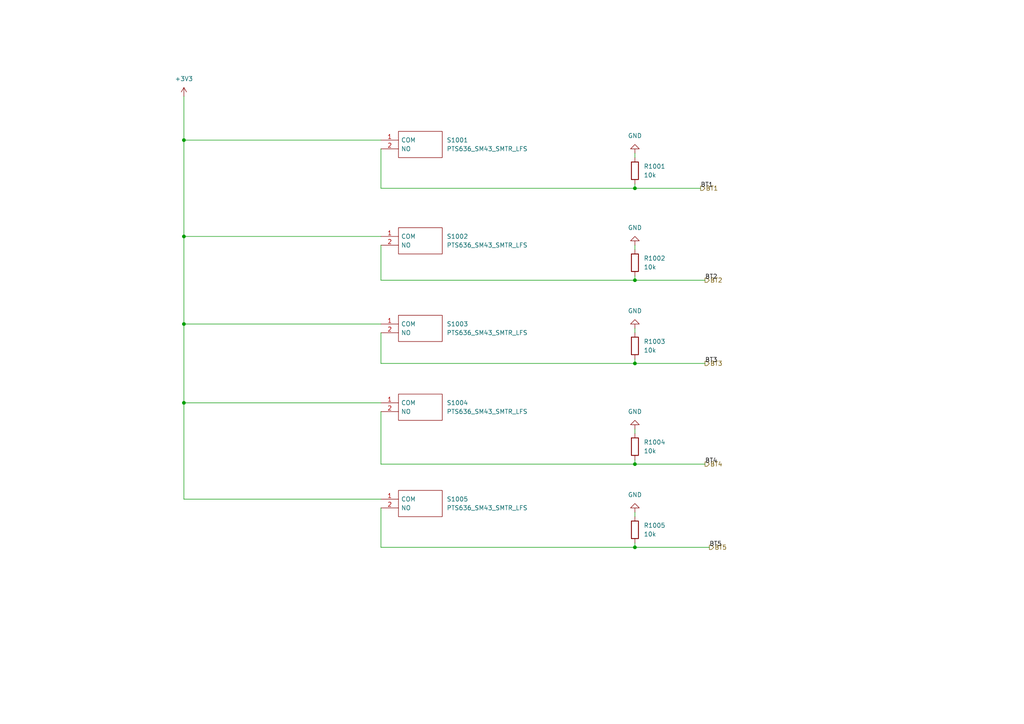
<source format=kicad_sch>
(kicad_sch (version 20211123) (generator eeschema)
  (paper "A4")
  (lib_symbols
    (symbol "Device:R" (pin_numbers hide) (pin_names (offset 0))
      (property "Reference" "R" (at 2.032 0 90))
      (property "Value" "R" (at 0 0 90))
      (symbol "R_0_1"
        (rectangle (start -1.016 -2.54) (end 1.016 2.54) (stroke (width 0.254)))
      )
      (symbol "R_1_1"
        (pin passive line (at 0 3.81 270) (length 1.27) (name "~") (number "1"))
        (pin passive line (at 0 -3.81 90) (length 1.27) (name "~") (number "2"))
      )
    )
    (symbol "PTS636_SM43_SMTR_LFS:PTS636_SM43_SMTR_LFS" (pin_names (offset 0.762))
      (property "Reference" "S" (at 19.05 7.62 0))
      (property "Value" "PTS636_SM43_SMTR_LFS" (at 19.05 5.08 0))
      (symbol "PTS636_SM43_SMTR_LFS_0_0"
        (pin passive line (at 0 0 0) (length 5.08) (name "COM") (number "1"))
        (pin passive line (at 0 -2.54 0) (length 5.08) (name "NO") (number "2"))
      )
      (symbol "PTS636_SM43_SMTR_LFS_0_1"
        (polyline (pts (xy 5.08 2.54) (xy 17.78 2.54) (xy 17.78 -5.08) (xy 5.08 -5.08) (xy 5.08 2.54)) (stroke (width 0.1524)))
      )
    )
    (symbol "power:+3V3" (power) (pin_names (offset 0))
      (property "Value" "+3V3" (at 0 3.556 0))
      (symbol "+3V3_0_1"
        (polyline (pts (xy -0.762 1.27) (xy 0 2.54)))
        (polyline (pts (xy 0 0) (xy 0 2.54)))
        (polyline (pts (xy 0 2.54) (xy 0.762 1.27)))
      )
      (symbol "+3V3_1_1"
        (pin power_in line (at 0 0 90) (length 0) hide (name "+3V3") (number "1"))
      )
    )
    (symbol "power:GND" (power) (pin_names (offset 0))
      (property "Value" "GND" (at 0 -3.81 0))
      (symbol "GND_0_1"
        (polyline (pts (xy 0 0) (xy 0 -1.27) (xy 1.27 -1.27) (xy 0 -2.54) (xy -1.27 -1.27) (xy 0 -1.27)))
      )
      (symbol "GND_1_1"
        (pin power_in line (at 0 0 270) (length 0) hide (name "GND") (number "1"))
      )
    )
  )
  (junction (at 184.15 134.62))
  (junction (at 184.15 54.61))
  (junction (at 53.34 40.64))
  (junction (at 184.15 158.75))
  (junction (at 184.15 81.28))
  (junction (at 184.15 105.41))
  (junction (at 53.34 116.84))
  (junction (at 53.34 93.98))
  (junction (at 53.34 68.58))
  (wire (pts (xy 110.49 81.28) (xy 184.15 81.28)))
  (wire (pts (xy 53.34 116.84) (xy 53.34 93.98)))
  (wire (pts (xy 184.15 134.62) (xy 204.47 134.62)))
  (wire (pts (xy 184.15 54.61) (xy 203.2 54.61)))
  (wire (pts (xy 53.34 68.58) (xy 53.34 93.98)))
  (wire (pts (xy 110.49 68.58) (xy 53.34 68.58)))
  (wire (pts (xy 184.15 105.41) (xy 204.47 105.41)))
  (wire (pts (xy 110.49 93.98) (xy 53.34 93.98)))
  (wire (pts (xy 184.15 133.35) (xy 184.15 134.62)))
  (wire (pts (xy 110.49 158.75) (xy 184.15 158.75)))
  (wire (pts (xy 110.49 147.32) (xy 110.49 158.75)))
  (wire (pts (xy 184.15 81.28) (xy 204.47 81.28)))
  (wire (pts (xy 53.34 40.64) (xy 53.34 68.58)))
  (wire (pts (xy 184.15 124.46) (xy 184.15 125.73)))
  (wire (pts (xy 184.15 157.48) (xy 184.15 158.75)))
  (wire (pts (xy 184.15 53.34) (xy 184.15 54.61)))
  (wire (pts (xy 184.15 80.01) (xy 184.15 81.28)))
  (wire (pts (xy 53.34 144.78) (xy 53.34 116.84)))
  (wire (pts (xy 184.15 148.59) (xy 184.15 149.86)))
  (wire (pts (xy 110.49 105.41) (xy 184.15 105.41)))
  (wire (pts (xy 184.15 71.12) (xy 184.15 72.39)))
  (wire (pts (xy 184.15 158.75) (xy 205.74 158.75)))
  (wire (pts (xy 110.49 43.18) (xy 110.49 54.61)))
  (wire (pts (xy 110.49 54.61) (xy 184.15 54.61)))
  (wire (pts (xy 110.49 144.78) (xy 53.34 144.78)))
  (wire (pts (xy 184.15 95.25) (xy 184.15 96.52)))
  (wire (pts (xy 53.34 40.64) (xy 110.49 40.64)))
  (wire (pts (xy 110.49 116.84) (xy 53.34 116.84)))
  (wire (pts (xy 53.34 27.94) (xy 53.34 40.64)))
  (wire (pts (xy 110.49 71.12) (xy 110.49 81.28)))
  (wire (pts (xy 110.49 119.38) (xy 110.49 134.62)))
  (wire (pts (xy 110.49 96.52) (xy 110.49 105.41)))
  (wire (pts (xy 184.15 44.45) (xy 184.15 45.72)))
  (wire (pts (xy 110.49 134.62) (xy 184.15 134.62)))
  (wire (pts (xy 184.15 104.14) (xy 184.15 105.41)))
  (label "BT1" (at 203.2 54.61 0))
  (label "BT2" (at 204.47 81.28 0))
  (label "BT4" (at 204.47 134.62 0))
  (label "BT3" (at 204.47 105.41 0))
  (label "BT5" (at 205.74 158.75 0))
  (hierarchical_label "BT2" (shape output) (at 204.47 81.28 0))
  (hierarchical_label "BT1" (shape output) (at 203.2 54.61 0))
  (hierarchical_label "BT3" (shape output) (at 204.47 105.41 0))
  (hierarchical_label "BT5" (shape output) (at 205.74 158.75 0))
  (hierarchical_label "BT4" (shape output) (at 204.47 134.62 0))
  (symbol (lib_id "PTS636_SM43_SMTR_LFS:PTS636_SM43_SMTR_LFS") (at 110.49 144.78 0) (unit 1)
    (property "Reference" "S1005" (at 129.54 144.7799 0) (effects (justify left)))
    (property "Value" "PTS636_SM43_SMTR_LFS" (at 129.54 147.3199 0) (effects (justify left)))
    (property "Footprint" "PTS636SM43SMTRLFS" (effects hide))
    (property "Datasheet" "https://componentsearchengine.com/Datasheets/1/PTS636 SM43 SMTR LFS.pdf" (effects hide))
    (property "Description" "Tactile Switches Tact 50mA 12VDC, 6.0x3.5, 4.3mm H, 180gf, G leads, No ground pin, Black Actuator" (effects hide))
    (property "Height" "4.5" (effects hide))
    (property "Mouser Part Number" "611-PTS636SM43SMTRLF" (effects hide))
    (property "Mouser Price/Stock" "https://www.mouser.co.uk/ProductDetail/CK/PTS636-SM43-SMTR-LFS?qs=vLWxofP3U2xu5raMGkTmHg%3D%3D" (effects hide))
    (property "Manufacturer_Name" "C & K COMPONENTS" (effects hide))
    (property "Manufacturer_Part_Number" "PTS636 SM43 SMTR LFS" (effects hide))
  )
  (symbol (lib_id "Device:R") (at 184.15 129.54 0) (unit 1)
    (property "Reference" "R1004" (at 186.69 128.2699 0) (effects (justify left)))
    (property "Value" "10k" (at 186.69 130.8099 0) (effects (justify left)))
    (property "Footprint" "Resistor_SMD:R_0603_1608Metric" (effects hide))
    (property "Manufacturer_Name" "UNI-ROYAL(Uniroyal Elec)" (effects hide))
    (property "Manufacturer_Part_Number" "0603WAF1002T5E" (effects hide))
  )
  (symbol (lib_id "power:+3V3") (at 53.34 27.94 0) (unit 1)
    (property "Reference" "#PWR01001" (effects hide))
    (property "Value" "+3V3" (at 53.34 22.86 0))
  )
  (symbol (lib_id "Device:R") (at 184.15 76.2 0) (unit 1)
    (property "Reference" "R1002" (at 186.69 74.9299 0) (effects (justify left)))
    (property "Value" "10k" (at 186.69 77.4699 0) (effects (justify left)))
    (property "Footprint" "Resistor_SMD:R_0603_1608Metric" (effects hide))
    (property "Manufacturer_Name" "UNI-ROYAL(Uniroyal Elec)" (effects hide))
    (property "Manufacturer_Part_Number" "0603WAF1002T5E" (effects hide))
  )
  (symbol (lib_id "power:GND") (at 184.15 148.59 180) (unit 1)
    (property "Reference" "#PWR01006" (effects hide))
    (property "Value" "GND" (at 184.15 143.51 0))
  )
  (symbol (lib_id "Device:R") (at 184.15 49.53 0) (unit 1)
    (property "Reference" "R1001" (at 186.69 48.2599 0) (effects (justify left)))
    (property "Value" "10k" (at 186.69 50.7999 0) (effects (justify left)))
    (property "Footprint" "Resistor_SMD:R_0603_1608Metric" (effects hide))
    (property "Manufacturer_Name" "UNI-ROYAL(Uniroyal Elec)" (effects hide))
    (property "Manufacturer_Part_Number" "0603WAF1002T5E" (effects hide))
  )
  (symbol (lib_id "power:GND") (at 184.15 44.45 180) (unit 1)
    (property "Reference" "#PWR01002" (effects hide))
    (property "Value" "GND" (at 184.15 39.37 0))
  )
  (symbol (lib_id "PTS636_SM43_SMTR_LFS:PTS636_SM43_SMTR_LFS") (at 110.49 40.64 0) (unit 1)
    (property "Reference" "S1001" (at 129.54 40.6399 0) (effects (justify left)))
    (property "Value" "PTS636_SM43_SMTR_LFS" (at 129.54 43.1799 0) (effects (justify left)))
    (property "Footprint" "Custom:PTS636SM43SMTRLFS" (effects hide))
    (property "Datasheet" "https://componentsearchengine.com/Datasheets/1/PTS636 SM43 SMTR LFS.pdf" (effects hide))
    (property "Description" "Tactile Switches Tact 50mA 12VDC, 6.0x3.5, 4.3mm H, 180gf, G leads, No ground pin, Black Actuator" (effects hide))
    (property "Height" "4.5" (effects hide))
    (property "Mouser Part Number" "611-PTS636SM43SMTRLF" (effects hide))
    (property "Mouser Price/Stock" "https://www.mouser.co.uk/ProductDetail/CK/PTS636-SM43-SMTR-LFS?qs=vLWxofP3U2xu5raMGkTmHg%3D%3D" (effects hide))
    (property "Manufacturer_Name" "C & K COMPONENTS" (effects hide))
    (property "Manufacturer_Part_Number" "PTS636 SM43 SMTR LFS" (effects hide))
  )
  (symbol (lib_id "PTS636_SM43_SMTR_LFS:PTS636_SM43_SMTR_LFS") (at 110.49 116.84 0) (unit 1)
    (property "Reference" "S1004" (at 129.54 116.8399 0) (effects (justify left)))
    (property "Value" "PTS636_SM43_SMTR_LFS" (at 129.54 119.3799 0) (effects (justify left)))
    (property "Footprint" "PTS636SM43SMTRLFS" (effects hide))
    (property "Datasheet" "https://componentsearchengine.com/Datasheets/1/PTS636 SM43 SMTR LFS.pdf" (effects hide))
    (property "Description" "Tactile Switches Tact 50mA 12VDC, 6.0x3.5, 4.3mm H, 180gf, G leads, No ground pin, Black Actuator" (effects hide))
    (property "Height" "4.5" (effects hide))
    (property "Mouser Part Number" "611-PTS636SM43SMTRLF" (effects hide))
    (property "Mouser Price/Stock" "https://www.mouser.co.uk/ProductDetail/CK/PTS636-SM43-SMTR-LFS?qs=vLWxofP3U2xu5raMGkTmHg%3D%3D" (effects hide))
    (property "Manufacturer_Name" "C & K COMPONENTS" (effects hide))
    (property "Manufacturer_Part_Number" "PTS636 SM43 SMTR LFS" (effects hide))
  )
  (symbol (lib_id "power:GND") (at 184.15 71.12 180) (unit 1)
    (property "Reference" "#PWR01003" (effects hide))
    (property "Value" "GND" (at 184.15 66.04 0))
  )
  (symbol (lib_id "power:GND") (at 184.15 124.46 180) (unit 1)
    (property "Reference" "#PWR01005" (effects hide))
    (property "Value" "GND" (at 184.15 119.38 0))
  )
  (symbol (lib_id "PTS636_SM43_SMTR_LFS:PTS636_SM43_SMTR_LFS") (at 110.49 68.58 0) (unit 1)
    (property "Reference" "S1002" (at 129.54 68.5799 0) (effects (justify left)))
    (property "Value" "PTS636_SM43_SMTR_LFS" (at 129.54 71.1199 0) (effects (justify left)))
    (property "Footprint" "PTS636SM43SMTRLFS" (effects hide))
    (property "Datasheet" "https://componentsearchengine.com/Datasheets/1/PTS636 SM43 SMTR LFS.pdf" (effects hide))
    (property "Description" "Tactile Switches Tact 50mA 12VDC, 6.0x3.5, 4.3mm H, 180gf, G leads, No ground pin, Black Actuator" (effects hide))
    (property "Height" "4.5" (effects hide))
    (property "Mouser Part Number" "611-PTS636SM43SMTRLF" (effects hide))
    (property "Mouser Price/Stock" "https://www.mouser.co.uk/ProductDetail/CK/PTS636-SM43-SMTR-LFS?qs=vLWxofP3U2xu5raMGkTmHg%3D%3D" (effects hide))
    (property "Manufacturer_Name" "C & K COMPONENTS" (effects hide))
    (property "Manufacturer_Part_Number" "PTS636 SM43 SMTR LFS" (effects hide))
  )
  (symbol (lib_id "Device:R") (at 184.15 100.33 0) (unit 1)
    (property "Reference" "R1003" (at 186.69 99.0599 0) (effects (justify left)))
    (property "Value" "10k" (at 186.69 101.5999 0) (effects (justify left)))
    (property "Footprint" "Resistor_SMD:R_0603_1608Metric" (effects hide))
    (property "Manufacturer_Name" "UNI-ROYAL(Uniroyal Elec)" (effects hide))
    (property "Manufacturer_Part_Number" "0603WAF1002T5E" (effects hide))
  )
  (symbol (lib_id "power:GND") (at 184.15 95.25 180) (unit 1)
    (property "Reference" "#PWR01004" (effects hide))
    (property "Value" "GND" (at 184.15 90.17 0))
  )
  (symbol (lib_id "Device:R") (at 184.15 153.67 0) (unit 1)
    (property "Reference" "R1005" (at 186.69 152.3999 0) (effects (justify left)))
    (property "Value" "10k" (at 186.69 154.9399 0) (effects (justify left)))
    (property "Footprint" "Resistor_SMD:R_0603_1608Metric" (effects hide))
    (property "Manufacturer_Name" "UNI-ROYAL(Uniroyal Elec)" (effects hide))
    (property "Manufacturer_Part_Number" "0603WAF1002T5E" (effects hide))
  )
  (symbol (lib_id "PTS636_SM43_SMTR_LFS:PTS636_SM43_SMTR_LFS") (at 110.49 93.98 0) (unit 1)
    (property "Reference" "S1003" (at 129.54 93.9799 0) (effects (justify left)))
    (property "Value" "PTS636_SM43_SMTR_LFS" (at 129.54 96.5199 0) (effects (justify left)))
    (property "Footprint" "PTS636SM43SMTRLFS" (effects hide))
    (property "Datasheet" "https://componentsearchengine.com/Datasheets/1/PTS636 SM43 SMTR LFS.pdf" (effects hide))
    (property "Description" "Tactile Switches Tact 50mA 12VDC, 6.0x3.5, 4.3mm H, 180gf, G leads, No ground pin, Black Actuator" (effects hide))
    (property "Height" "4.5" (effects hide))
    (property "Mouser Part Number" "611-PTS636SM43SMTRLF" (effects hide))
    (property "Mouser Price/Stock" "https://www.mouser.co.uk/ProductDetail/CK/PTS636-SM43-SMTR-LFS?qs=vLWxofP3U2xu5raMGkTmHg%3D%3D" (effects hide))
    (property "Manufacturer_Name" "C & K COMPONENTS" (effects hide))
    (property "Manufacturer_Part_Number" "PTS636 SM43 SMTR LFS" (effects hide))
  )
)
</source>
